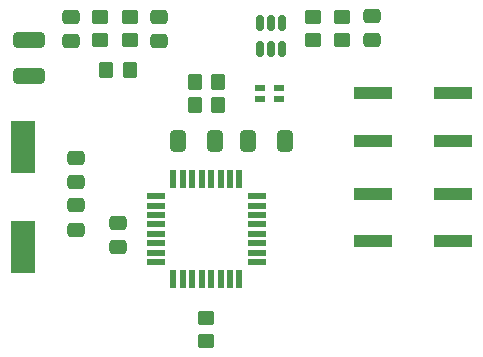
<source format=gbr>
%TF.GenerationSoftware,KiCad,Pcbnew,(6.0.7-1)-1*%
%TF.CreationDate,2022-12-04T14:42:11+01:00*%
%TF.ProjectId,pork-chop-control,706f726b-2d63-4686-9f70-2d636f6e7472,rev?*%
%TF.SameCoordinates,Original*%
%TF.FileFunction,Paste,Top*%
%TF.FilePolarity,Positive*%
%FSLAX46Y46*%
G04 Gerber Fmt 4.6, Leading zero omitted, Abs format (unit mm)*
G04 Created by KiCad (PCBNEW (6.0.7-1)-1) date 2022-12-04 14:42:11*
%MOMM*%
%LPD*%
G01*
G04 APERTURE LIST*
G04 Aperture macros list*
%AMRoundRect*
0 Rectangle with rounded corners*
0 $1 Rounding radius*
0 $2 $3 $4 $5 $6 $7 $8 $9 X,Y pos of 4 corners*
0 Add a 4 corners polygon primitive as box body*
4,1,4,$2,$3,$4,$5,$6,$7,$8,$9,$2,$3,0*
0 Add four circle primitives for the rounded corners*
1,1,$1+$1,$2,$3*
1,1,$1+$1,$4,$5*
1,1,$1+$1,$6,$7*
1,1,$1+$1,$8,$9*
0 Add four rect primitives between the rounded corners*
20,1,$1+$1,$2,$3,$4,$5,0*
20,1,$1+$1,$4,$5,$6,$7,0*
20,1,$1+$1,$6,$7,$8,$9,0*
20,1,$1+$1,$8,$9,$2,$3,0*%
G04 Aperture macros list end*
%ADD10RoundRect,0.250000X-0.475000X0.337500X-0.475000X-0.337500X0.475000X-0.337500X0.475000X0.337500X0*%
%ADD11RoundRect,0.250000X0.350000X0.450000X-0.350000X0.450000X-0.350000X-0.450000X0.350000X-0.450000X0*%
%ADD12RoundRect,0.250000X-0.412500X-0.650000X0.412500X-0.650000X0.412500X0.650000X-0.412500X0.650000X0*%
%ADD13RoundRect,0.250000X-1.075000X0.400000X-1.075000X-0.400000X1.075000X-0.400000X1.075000X0.400000X0*%
%ADD14R,3.200000X1.000000*%
%ADD15RoundRect,0.250000X0.412500X0.650000X-0.412500X0.650000X-0.412500X-0.650000X0.412500X-0.650000X0*%
%ADD16RoundRect,0.250000X0.475000X-0.337500X0.475000X0.337500X-0.475000X0.337500X-0.475000X-0.337500X0*%
%ADD17R,2.000000X4.500000*%
%ADD18RoundRect,0.250000X-0.350000X-0.450000X0.350000X-0.450000X0.350000X0.450000X-0.350000X0.450000X0*%
%ADD19RoundRect,0.250000X0.450000X-0.350000X0.450000X0.350000X-0.450000X0.350000X-0.450000X-0.350000X0*%
%ADD20RoundRect,0.025500X-0.354500X0.229500X-0.354500X-0.229500X0.354500X-0.229500X0.354500X0.229500X0*%
%ADD21R,1.600000X0.550000*%
%ADD22R,0.550000X1.600000*%
%ADD23RoundRect,0.150000X0.150000X-0.512500X0.150000X0.512500X-0.150000X0.512500X-0.150000X-0.512500X0*%
%ADD24RoundRect,0.250000X-0.450000X0.350000X-0.450000X-0.350000X0.450000X-0.350000X0.450000X0.350000X0*%
G04 APERTURE END LIST*
D10*
%TO.C,C8*%
X121000000Y-74000000D03*
X121000000Y-76075000D03*
%TD*%
D11*
%TO.C,R6*%
X126000000Y-79500000D03*
X124000000Y-79500000D03*
%TD*%
D10*
%TO.C,C3*%
X114000000Y-89962500D03*
X114000000Y-92037500D03*
%TD*%
D12*
%TO.C,C6*%
X122625000Y-84500000D03*
X125750000Y-84500000D03*
%TD*%
D13*
%TO.C,F1*%
X110000000Y-75950000D03*
X110000000Y-79050000D03*
%TD*%
D14*
%TO.C,SW1*%
X139100000Y-84500000D03*
X145900000Y-84500000D03*
X139100000Y-80500000D03*
X145900000Y-80500000D03*
%TD*%
D15*
%TO.C,C4*%
X131625000Y-84500000D03*
X128500000Y-84500000D03*
%TD*%
D16*
%TO.C,C2*%
X114000000Y-88037500D03*
X114000000Y-85962500D03*
%TD*%
D14*
%TO.C,SW2*%
X145900000Y-89000000D03*
X139100000Y-89000000D03*
X139100000Y-93000000D03*
X145900000Y-93000000D03*
%TD*%
D11*
%TO.C,R5*%
X126000000Y-81500000D03*
X124000000Y-81500000D03*
%TD*%
D17*
%TO.C,Y1*%
X109500000Y-85000000D03*
X109500000Y-93500000D03*
%TD*%
D18*
%TO.C,FB2*%
X116500000Y-78500000D03*
X118500000Y-78500000D03*
%TD*%
D16*
%TO.C,C7*%
X113500000Y-76075000D03*
X113500000Y-74000000D03*
%TD*%
D19*
%TO.C,R4*%
X118500000Y-76000000D03*
X118500000Y-74000000D03*
%TD*%
D16*
%TO.C,C5*%
X117500000Y-93537500D03*
X117500000Y-91462500D03*
%TD*%
D20*
%TO.C,FL1*%
X131170000Y-80065000D03*
X129500000Y-80065000D03*
X129500000Y-80935000D03*
X131170000Y-80935000D03*
%TD*%
D19*
%TO.C,R1*%
X134000000Y-76000000D03*
X134000000Y-74000000D03*
%TD*%
D21*
%TO.C,U1*%
X120750000Y-89200000D03*
X120750000Y-90000000D03*
X120750000Y-90800000D03*
X120750000Y-91600000D03*
X120750000Y-92400000D03*
X120750000Y-93200000D03*
X120750000Y-94000000D03*
X120750000Y-94800000D03*
D22*
X122200000Y-96250000D03*
X123000000Y-96250000D03*
X123800000Y-96250000D03*
X124600000Y-96250000D03*
X125400000Y-96250000D03*
X126200000Y-96250000D03*
X127000000Y-96250000D03*
X127800000Y-96250000D03*
D21*
X129250000Y-94800000D03*
X129250000Y-94000000D03*
X129250000Y-93200000D03*
X129250000Y-92400000D03*
X129250000Y-91600000D03*
X129250000Y-90800000D03*
X129250000Y-90000000D03*
X129250000Y-89200000D03*
D22*
X127800000Y-87750000D03*
X127000000Y-87750000D03*
X126200000Y-87750000D03*
X125400000Y-87750000D03*
X124600000Y-87750000D03*
X123800000Y-87750000D03*
X123000000Y-87750000D03*
X122200000Y-87750000D03*
%TD*%
D23*
%TO.C,U2*%
X129500000Y-76775000D03*
X130450000Y-76775000D03*
X131400000Y-76775000D03*
X131400000Y-74500000D03*
X130450000Y-74500000D03*
X129500000Y-74500000D03*
%TD*%
D10*
%TO.C,C1*%
X139000000Y-73925000D03*
X139000000Y-76000000D03*
%TD*%
D24*
%TO.C,R3*%
X125000000Y-99500000D03*
X125000000Y-101500000D03*
%TD*%
%TO.C,R2*%
X136500000Y-74000000D03*
X136500000Y-76000000D03*
%TD*%
%TO.C,FB1*%
X116000000Y-74000000D03*
X116000000Y-76000000D03*
%TD*%
M02*

</source>
